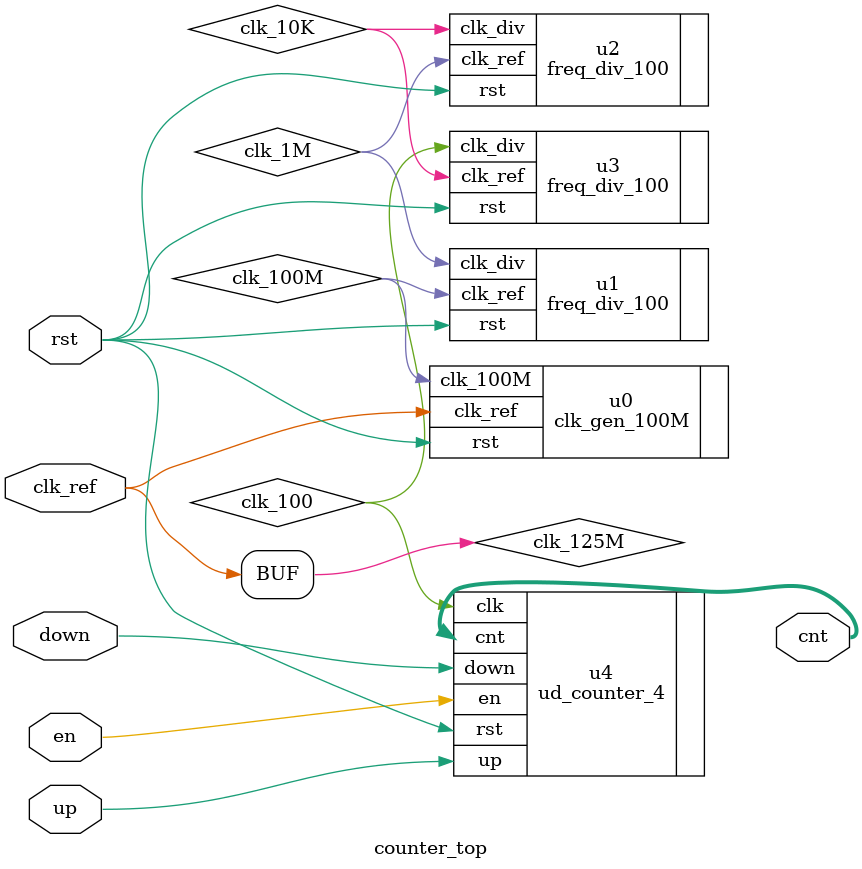
<source format=v>
`timescale 1ns / 1ps  

module counter_top(
    input        clk_ref,  // 시스템 기준 클럭 
    input        rst,      // 비동기 리셋 신호 
    input        en,       // 카운터 동작 활성화 신호
    input        up,       // 업 카운트 제어 신호
    input        down,     // 다운 카운트 제어 신호
    output [3:0] cnt       // 4비트 카운터 출력
);

    // 내부 와이어 선언
    wire clk_125M = clk_ref;              // clk_ref를 내부 125MHz 클럭 이름으로 사용
    wire clk_100M, clk_1M, clk_10K, clk_100;  // 중간 단계 클럭(100MHz, 1MHz, 10kHz, 100Hz)

    // 125MHz → 100MHz 생성 (Clocking Wizard IP)
    clk_gen_100M u0 (
        .clk_ref(clk_125M),  // 입력 기준 클럭
        .rst(rst),           // 리셋
        .clk_100M(clk_100M)  // 생성된 100MHz
    );

    // 100MHz → 1MHz 분주
    freq_div_100 u1 (
        .clk_ref(clk_100M),  // 입력: 100MHz
        .rst(rst),           // 리셋
        .clk_div(clk_1M)     // 출력: 1MHz
    );

    // 1MHz → 10kHz 분주
    freq_div_100 u2 (
        .clk_ref(clk_1M),    // 입력: 1MHz
        .rst(rst),
        .clk_div(clk_10K)    // 출력: 10kHz
    );

    // 10kHz → 100Hz 분주
    freq_div_100 u3 (
        .clk_ref(clk_10K),   // 입력: 10kHz
        .rst(rst),
        .clk_div(clk_100)    // 출력: 100Hz (최종 카운터 클럭)
    );

    // 100Hz 클럭 기반 4비트 업/다운 카운터
    ud_counter_4 u4 (
        .clk(clk_100),   // 카운터 클럭: 100Hz
        .rst(rst),       // 리셋
        .en(en),         // 활성화
        .up(up),         // 업 제어
        .down(down),     // 다운 제어
        .cnt(cnt)        // 카운터 값 출력
    );

endmodule
</source>
